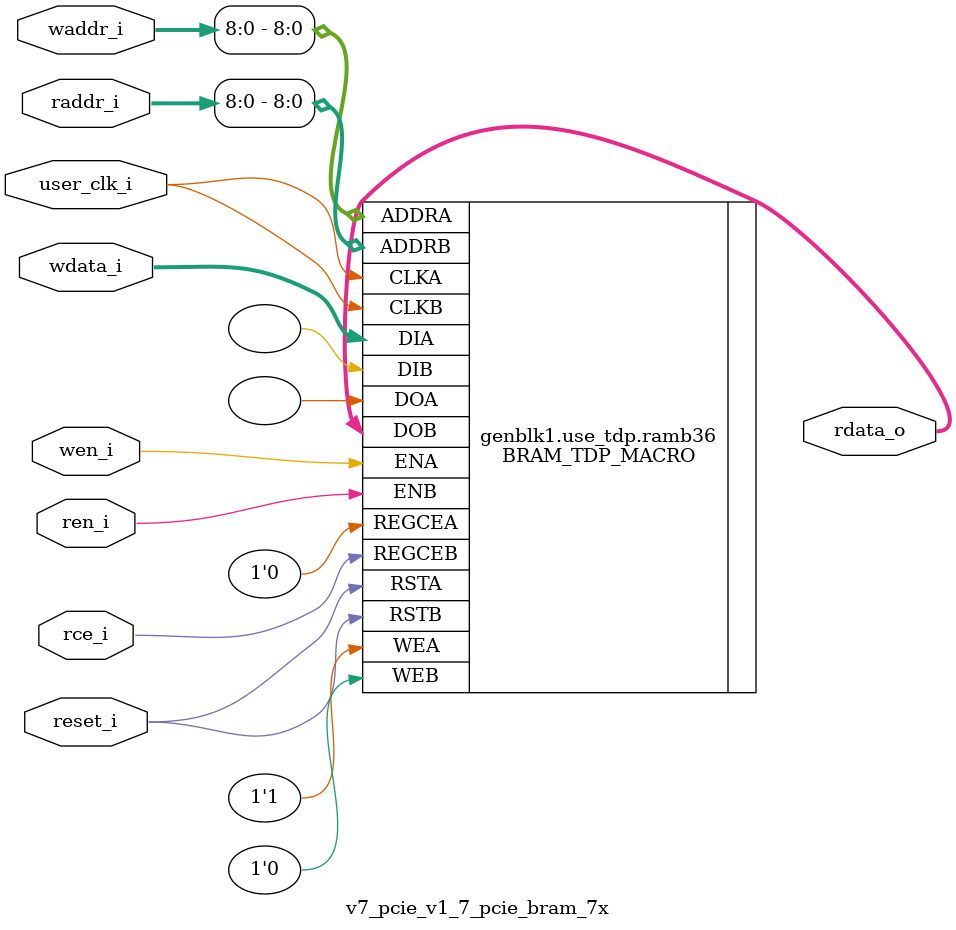
<source format=v>

`timescale 1ps/1ps

module v7_pcie_v1_7_pcie_bram_7x
  #(
    parameter [3:0]  LINK_CAP_MAX_LINK_SPEED = 4'h1,        // PCIe Link Speed : 1 - 2.5 GT/s; 2 - 5.0 GT/s
    parameter [5:0]  LINK_CAP_MAX_LINK_WIDTH = 6'h08,       // PCIe Link Width : 1 / 2 / 4 / 8
    parameter IMPL_TARGET = "HARD",                         // the implementation target : HARD, SOFT
    parameter DOB_REG = 0,                                  // 1 - use the output register;
                                                            // 0 - don't use the output register
    parameter WIDTH = 0                                     // supported WIDTH's : 4, 9, 18, 36 - uses RAMB36
                                                            //                     72 - uses RAMB36SDP
    )
    (
     input               user_clk_i,// user clock
     input               reset_i,   // bram reset

     input               wen_i,     // write enable
     input [12:0]        waddr_i,   // write address
     input [WIDTH - 1:0] wdata_i,   // write data

     input               ren_i,     // read enable
     input               rce_i,     // output register clock enable
     input [12:0]        raddr_i,   // read address

     output [WIDTH - 1:0] rdata_o   // read data
     );

   // map the address bits
   localparam ADDR_MSB = ((WIDTH == 4)  ? 12 :
                          (WIDTH == 9)  ? 11 :
                          (WIDTH == 18) ? 10 :
                          (WIDTH == 36) ?  9 :
                                           8
                          );

   // set the width of the tied off low address bits
   localparam ADDR_LO_BITS = ((WIDTH == 4)  ? 2 :
                              (WIDTH == 9)  ? 3 :
                              (WIDTH == 18) ? 4 :
                              (WIDTH == 36) ? 5 :
                                              0 // for WIDTH 72 use RAMB36SDP
                              );

   // map the data bits
   localparam D_MSB =  ((WIDTH == 4)  ?  3 :
                        (WIDTH == 9)  ?  7 :
                        (WIDTH == 18) ? 15 :
                        (WIDTH == 36) ? 31 :
                                        63
                        );

   // map the data parity bits
   localparam DP_LSB =  D_MSB + 1;

   localparam DP_MSB =  ((WIDTH == 4)  ? 4 :
                         (WIDTH == 9)  ? 8 :
                         (WIDTH == 18) ? 17 :
                         (WIDTH == 36) ? 35 :
                                         71
                        );

   localparam DPW = DP_MSB - DP_LSB + 1;
   localparam WRITE_MODE = ((WIDTH == 72) && (!((LINK_CAP_MAX_LINK_SPEED == 4'h2) && (LINK_CAP_MAX_LINK_WIDTH == 6'h08)))) ? "WRITE_FIRST" :
                           ((LINK_CAP_MAX_LINK_SPEED == 4'h2) && (LINK_CAP_MAX_LINK_WIDTH == 6'h08)) ? "WRITE_FIRST" : "NO_CHANGE";


   localparam DEVICE = (IMPL_TARGET == "HARD") ? "7SERIES" : "VIRTEX6";
   localparam BRAM_SIZE = "36Kb";

   localparam WE_WIDTH =(DEVICE == "VIRTEX5" || DEVICE == "VIRTEX6" || DEVICE == "7SERIES") ?
                            ((WIDTH <= 9) ? 1 :
                             (WIDTH > 9 && WIDTH <= 18) ? 2 :
                             (WIDTH > 18 && WIDTH <= 36) ? 4 :
                             (WIDTH > 36 && WIDTH <= 72) ? 8 :
                             (BRAM_SIZE == "18Kb") ? 4 : 8 ) : 8;

   //synthesis translate_off
   initial begin
      //$display("[%t] %m DOB_REG %0d WIDTH %0d ADDR_MSB %0d ADDR_LO_BITS %0d DP_MSB %0d DP_LSB %0d D_MSB %0d",
      //          $time, DOB_REG,   WIDTH,    ADDR_MSB,    ADDR_LO_BITS,    DP_MSB,    DP_LSB,    D_MSB);

      case (WIDTH)
        4,9,18,36,72:;
        default:
          begin
             $display("[%t] %m Error WIDTH %0d not supported", $time, WIDTH);
             $finish;
          end
      endcase // case (WIDTH)
   end
   //synthesis translate_on

   generate
   if ((LINK_CAP_MAX_LINK_WIDTH == 6'h08 && LINK_CAP_MAX_LINK_SPEED == 4'h2) || (WIDTH == 72)) begin : use_sdp
        BRAM_SDP_MACRO #(
               .DEVICE        (DEVICE),
               .BRAM_SIZE     (BRAM_SIZE),
               .DO_REG        (DOB_REG),
               .READ_WIDTH    (WIDTH),
               .WRITE_WIDTH   (WIDTH),
               .WRITE_MODE    (WRITE_MODE)
               )
        ramb36sdp(
               .DO             (rdata_o[WIDTH-1:0]),
               .DI             (wdata_i[WIDTH-1:0]),
               .RDADDR         (raddr_i[ADDR_MSB:0]),
               .RDCLK          (user_clk_i),
               .RDEN           (ren_i),
               .REGCE          (rce_i),
               .RST            (reset_i),
               .WE             ({WE_WIDTH{1'b1}}),
               .WRADDR         (waddr_i[ADDR_MSB:0]),
               .WRCLK          (user_clk_i),
               .WREN           (wen_i)
               );

    end  // block: use_sdp
    else if (WIDTH <= 36) begin : use_tdp
    // use RAMB36's if the width is 4, 9, 18, or 36
        BRAM_TDP_MACRO #(
               .DEVICE        (DEVICE),
               .BRAM_SIZE     (BRAM_SIZE),
               .DOA_REG       (0),
               .DOB_REG       (DOB_REG),
               .READ_WIDTH_A  (WIDTH),
               .READ_WIDTH_B  (WIDTH),
               .WRITE_WIDTH_A (WIDTH),
               .WRITE_WIDTH_B (WIDTH),
               .WRITE_MODE_A  (WRITE_MODE)
               )
        ramb36(
               .DOA            (),
               .DOB            (rdata_o[WIDTH-1:0]),
               .ADDRA          (waddr_i[ADDR_MSB:0]),
               .ADDRB          (raddr_i[ADDR_MSB:0]),
               .CLKA           (user_clk_i),
               .CLKB           (user_clk_i),
               .DIA            (wdata_i[WIDTH-1:0]),
               .DIB            ({WIDTH{1'b0}}),
               .ENA            (wen_i),
               .ENB            (ren_i),
               .REGCEA         (1'b0),
               .REGCEB         (rce_i),
               .RSTA           (reset_i),
               .RSTB           (reset_i),
               .WEA            ({WE_WIDTH{1'b1}}),
               .WEB            ({WE_WIDTH{1'b0}})
               );
   end // block: use_tdp
   endgenerate

endmodule // pcie_bram_7x


</source>
